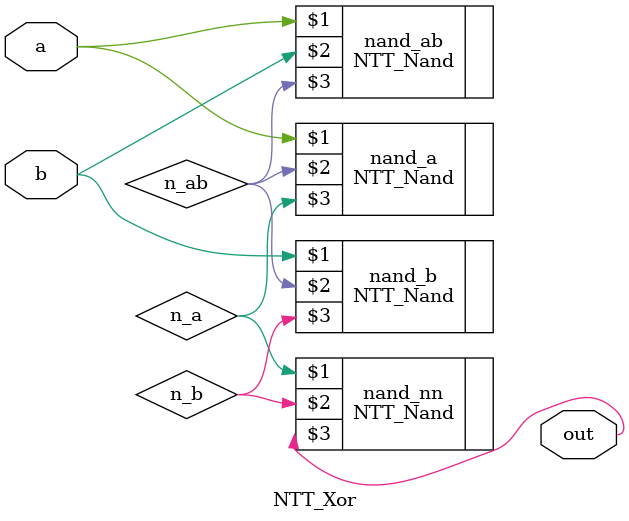
<source format=v>
/**
 * Exclusive-or gate:
 * out = not (a == b)
 */
`default_nettype none

module NTT_Xor(
    input wire a,
    input wire b,
    output wire out
);


wire n_a, n_b, n_ab;

NTT_Nand nand_ab(a, b, n_ab);
NTT_Nand nand_b(b, n_ab, n_b);
NTT_Nand nand_a(a, n_ab, n_a);
NTT_Nand nand_nn(n_a, n_b, out);

endmodule

</source>
